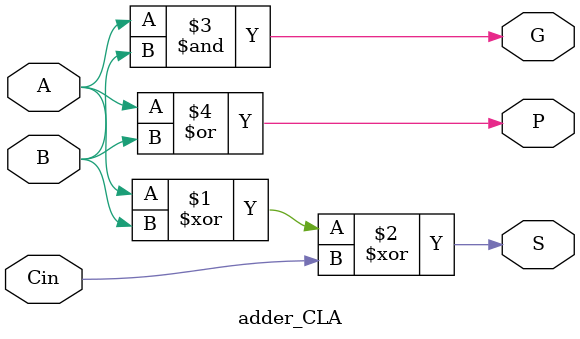
<source format=sv>
module adder_CLA (input A, B, Cin,
 output S, P,G);

 assign S = A^B^Cin;
 assign   G = A&B;
assign   P = A|B;
 // assign c = (x&y)|(y&z)|(x&z);

endmodule

</source>
